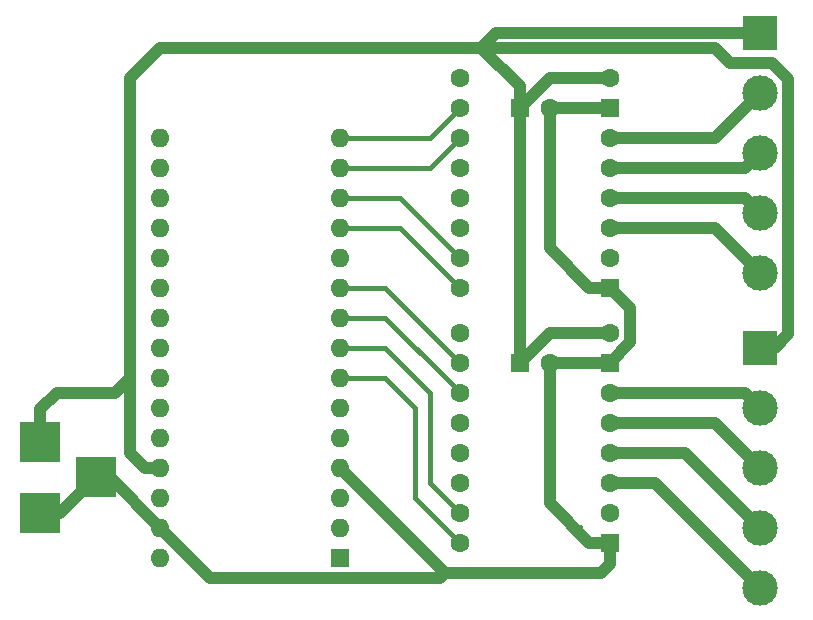
<source format=gbr>
G04 #@! TF.FileFunction,Copper,L2,Bot,Signal*
%FSLAX46Y46*%
G04 Gerber Fmt 4.6, Leading zero omitted, Abs format (unit mm)*
G04 Created by KiCad (PCBNEW 4.0.7) date 07/19/18 10:14:45*
%MOMM*%
%LPD*%
G01*
G04 APERTURE LIST*
%ADD10C,0.100000*%
%ADD11R,3.500000X3.500000*%
%ADD12C,1.600000*%
%ADD13R,1.600000X1.600000*%
%ADD14C,3.000000*%
%ADD15R,3.000000X3.000000*%
%ADD16O,1.600000X1.600000*%
%ADD17C,0.400000*%
%ADD18C,1.000000*%
G04 APERTURE END LIST*
D10*
D11*
X19050000Y-51150000D03*
X19050000Y-57150000D03*
X23750000Y-54150000D03*
D12*
X54610000Y-20320000D03*
X54610000Y-22860000D03*
X54610000Y-25400000D03*
X54610000Y-27940000D03*
X54610000Y-30480000D03*
X54610000Y-33020000D03*
X54610000Y-35560000D03*
X54610000Y-38100000D03*
D13*
X67310000Y-38100000D03*
D12*
X67310000Y-35560000D03*
X67310000Y-33020000D03*
X67310000Y-30480000D03*
X67310000Y-27940000D03*
X67310000Y-25400000D03*
D13*
X67310000Y-22860000D03*
D12*
X67310000Y-20320000D03*
D13*
X59690000Y-44450000D03*
D12*
X62190000Y-44450000D03*
D13*
X59690000Y-22860000D03*
D12*
X62190000Y-22860000D03*
D14*
X80010000Y-21590000D03*
X80010000Y-26670000D03*
D15*
X80010000Y-16510000D03*
D14*
X80010000Y-31750000D03*
X80010000Y-36830000D03*
X80010000Y-48260000D03*
X80010000Y-53340000D03*
D15*
X80010000Y-43180000D03*
D14*
X80010000Y-58420000D03*
X80010000Y-63500000D03*
D13*
X44450000Y-60960000D03*
D16*
X29210000Y-27940000D03*
X44450000Y-58420000D03*
X29210000Y-30480000D03*
X44450000Y-55880000D03*
X29210000Y-33020000D03*
X44450000Y-53340000D03*
X29210000Y-35560000D03*
X44450000Y-50800000D03*
X29210000Y-38100000D03*
X44450000Y-48260000D03*
X29210000Y-40640000D03*
X44450000Y-45720000D03*
X29210000Y-43180000D03*
X44450000Y-43180000D03*
X29210000Y-45720000D03*
X44450000Y-40640000D03*
X29210000Y-48260000D03*
X44450000Y-38100000D03*
X29210000Y-50800000D03*
X44450000Y-35560000D03*
X29210000Y-53340000D03*
X44450000Y-33020000D03*
X29210000Y-55880000D03*
X44450000Y-30480000D03*
X29210000Y-58420000D03*
X44450000Y-27940000D03*
X29210000Y-60960000D03*
X44450000Y-25400000D03*
X29210000Y-25400000D03*
D12*
X54610000Y-41910000D03*
X54610000Y-44450000D03*
X54610000Y-46990000D03*
X54610000Y-49530000D03*
X54610000Y-52070000D03*
X54610000Y-54610000D03*
X54610000Y-57150000D03*
X54610000Y-59690000D03*
D13*
X67310000Y-59690000D03*
D12*
X67310000Y-57150000D03*
X67310000Y-54610000D03*
X67310000Y-52070000D03*
X67310000Y-49530000D03*
X67310000Y-46990000D03*
D13*
X67310000Y-44450000D03*
D12*
X67310000Y-41910000D03*
D17*
X64770000Y-58350000D02*
X64770000Y-58420000D01*
D18*
X26670000Y-45720000D02*
X26670000Y-52070000D01*
X27940000Y-53340000D02*
X29210000Y-53340000D01*
X26670000Y-52070000D02*
X27940000Y-53340000D01*
X20460000Y-46990000D02*
X22860000Y-46990000D01*
X22860000Y-46990000D02*
X25400000Y-46990000D01*
X26670000Y-20320000D02*
X26670000Y-45720000D01*
X25400000Y-46990000D02*
X26670000Y-45720000D01*
X19050000Y-51150000D02*
X19050000Y-48400000D01*
X19050000Y-48400000D02*
X20460000Y-46990000D01*
X26670000Y-20320000D02*
X29210000Y-17780000D01*
X59690000Y-22860000D02*
X62230000Y-20320000D01*
X62230000Y-20320000D02*
X67310000Y-20320000D01*
X59690000Y-44450000D02*
X62230000Y-41910000D01*
X62230000Y-41910000D02*
X67310000Y-41910000D01*
X59690000Y-22860000D02*
X59690000Y-24660000D01*
X59690000Y-24660000D02*
X59690000Y-44450000D01*
X82410001Y-42049999D02*
X81280000Y-43180000D01*
X81280000Y-43180000D02*
X80010000Y-43180000D01*
X77470000Y-19050000D02*
X81022002Y-19050000D01*
X81022002Y-19050000D02*
X82410001Y-20437999D01*
X82410001Y-20437999D02*
X82410001Y-42049999D01*
X76200000Y-17780000D02*
X77470000Y-19050000D01*
X56410000Y-17780000D02*
X76200000Y-17780000D01*
X57150000Y-17040000D02*
X57680000Y-16510000D01*
X56410000Y-17780000D02*
X57150000Y-17040000D01*
X57680000Y-16510000D02*
X80010000Y-16510000D01*
X29210000Y-17780000D02*
X56410000Y-17780000D01*
X56410000Y-17780000D02*
X59690000Y-21060000D01*
X59690000Y-21060000D02*
X59690000Y-22860000D01*
X23750000Y-54150000D02*
X24940000Y-54150000D01*
X24940000Y-54150000D02*
X29210000Y-58420000D01*
X19050000Y-57150000D02*
X20750000Y-57150000D01*
X20750000Y-57150000D02*
X23750000Y-54150000D01*
X62190000Y-22860000D02*
X67310000Y-22860000D01*
X53340000Y-62230000D02*
X52909999Y-62660001D01*
X52909999Y-62660001D02*
X33450001Y-62660001D01*
X30009999Y-59219999D02*
X29210000Y-58420000D01*
X33450001Y-62660001D02*
X30009999Y-59219999D01*
X66570000Y-62230000D02*
X53340000Y-62230000D01*
X53340000Y-62230000D02*
X44450000Y-53340000D01*
X67310000Y-59690000D02*
X67310000Y-61490000D01*
X67310000Y-61490000D02*
X66570000Y-62230000D01*
X62190000Y-44450000D02*
X62190000Y-56370000D01*
X62190000Y-56370000D02*
X65510000Y-59690000D01*
X65510000Y-59690000D02*
X67310000Y-59690000D01*
X67310000Y-44450000D02*
X62190000Y-44450000D01*
X62190000Y-22860000D02*
X62190000Y-34780000D01*
X62190000Y-34780000D02*
X65510000Y-38100000D01*
X65510000Y-38100000D02*
X67310000Y-38100000D01*
X67310000Y-38100000D02*
X69010001Y-39800001D01*
X69010001Y-39800001D02*
X69010001Y-42749999D01*
X69010001Y-42749999D02*
X67310000Y-44450000D01*
X67310000Y-25400000D02*
X76200000Y-25400000D01*
X76200000Y-25400000D02*
X80010000Y-21590000D01*
X67310000Y-27940000D02*
X78740000Y-27940000D01*
X78740000Y-27940000D02*
X80010000Y-26670000D01*
X67310000Y-30480000D02*
X78740000Y-30480000D01*
X78740000Y-30480000D02*
X80010000Y-31750000D01*
X67310000Y-33020000D02*
X76200000Y-33020000D01*
X76200000Y-33020000D02*
X80010000Y-36830000D01*
X67310000Y-46990000D02*
X78740000Y-46990000D01*
X78740000Y-46990000D02*
X80010000Y-48260000D01*
X67310000Y-49530000D02*
X76200000Y-49530000D01*
X76200000Y-49530000D02*
X80010000Y-53340000D01*
X67310000Y-52070000D02*
X73660000Y-52070000D01*
X73660000Y-52070000D02*
X80010000Y-58420000D01*
X67310000Y-54610000D02*
X71120000Y-54610000D01*
X71120000Y-54610000D02*
X80010000Y-63500000D01*
D17*
X54610000Y-59690000D02*
X50800000Y-55880000D01*
X50800000Y-55880000D02*
X50800000Y-48260000D01*
X50800000Y-48260000D02*
X48260000Y-45720000D01*
X48260000Y-45720000D02*
X44450000Y-45720000D01*
X52070000Y-46990000D02*
X52070000Y-54610000D01*
X52070000Y-54610000D02*
X52700021Y-55240021D01*
X48260000Y-43180000D02*
X44450000Y-43180000D01*
X52070000Y-46990000D02*
X48260000Y-43180000D01*
X54610000Y-57150000D02*
X52700021Y-55240021D01*
X53810001Y-46190001D02*
X54610000Y-46990000D01*
X53810001Y-46181579D02*
X53810001Y-46190001D01*
X48268422Y-40640000D02*
X53810001Y-46181579D01*
X44450000Y-40640000D02*
X48268422Y-40640000D01*
X44450000Y-38100000D02*
X48260000Y-38100000D01*
X48260000Y-38100000D02*
X54610000Y-44450000D01*
X44450000Y-33020000D02*
X49530000Y-33020000D01*
X49530000Y-33020000D02*
X54610000Y-38100000D01*
X44450000Y-30480000D02*
X49530000Y-30480000D01*
X49530000Y-30480000D02*
X54610000Y-35560000D01*
X44450000Y-27940000D02*
X52070000Y-27940000D01*
X52070000Y-27940000D02*
X54610000Y-25400000D01*
X44450000Y-25400000D02*
X52070000Y-25400000D01*
X52070000Y-25400000D02*
X54610000Y-22860000D01*
M02*

</source>
